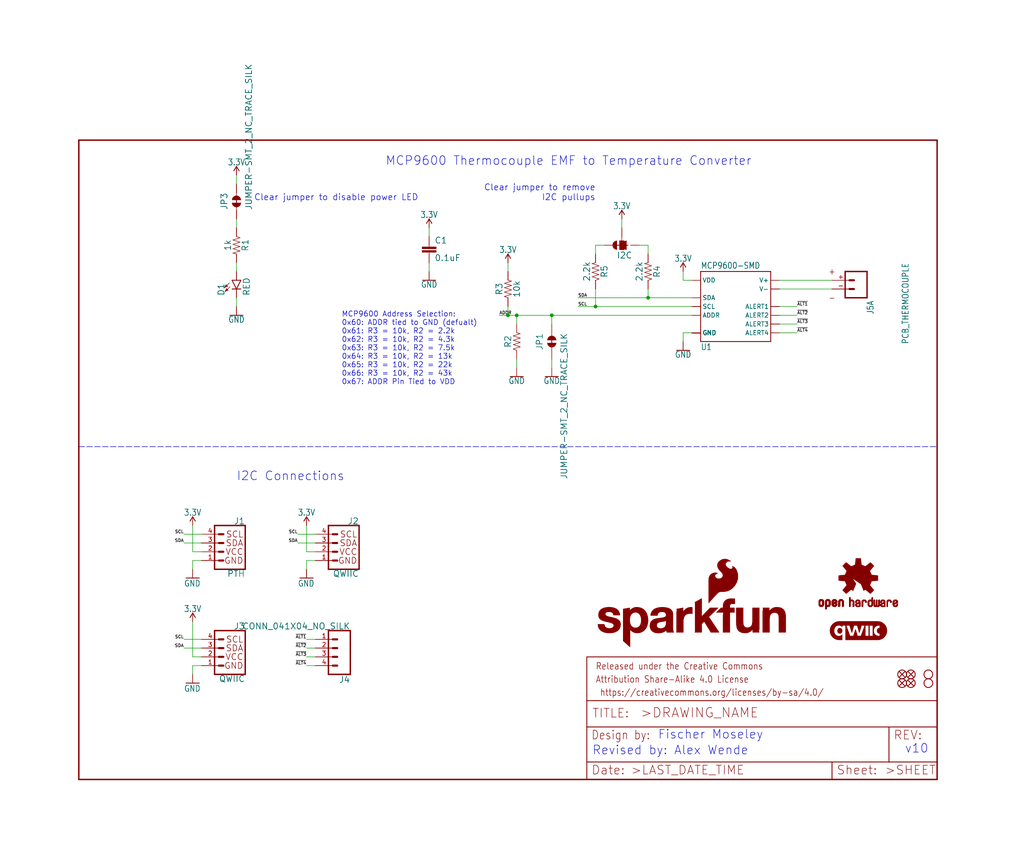
<source format=kicad_sch>
(kicad_sch (version 20211123) (generator eeschema)
  (paper "User" 297.002 245.872)
  (lib_symbols
    (symbol "eagleSchem-eagle-import:0.1UF-0603-25V-(+80{slash}-20%)"
      (property "Reference" "C" (at 1.524 2.921 0))
      (property "Value" "0.1UF-0603-25V-(+80{slash}-20%)" (at 1.524 -2.159 0))
      (symbol "0.1UF-0603-25V-(+80{slash}-20%)_1_0"
        (pin passive line (at 0 5.08 270) (length 2.54) (name "1") (number "1"))
        (pin passive line (at 0 -2.54 90) (length 2.54) (name "2") (number "2"))
      )
    )
    (symbol "eagleSchem-eagle-import:10KOHM-0603-1{slash}10W-1%"
      (property "Reference" "R" (at 0 1.524 0))
      (property "Value" "10KOHM-0603-1{slash}10W-1%" (at 0 -1.524 0))
      (symbol "10KOHM-0603-1{slash}10W-1%_1_0"
        (pin passive line (at -5.08 0 0) (length 2.54) (name "1") (number "1"))
        (pin passive line (at 5.08 0 180) (length 2.54) (name "2") (number "2"))
      )
    )
    (symbol "eagleSchem-eagle-import:1KOHM-0603-1{slash}10W-1%"
      (property "Reference" "R" (at 0 1.524 0))
      (property "Value" "1KOHM-0603-1{slash}10W-1%" (at 0 -1.524 0))
      (symbol "1KOHM-0603-1{slash}10W-1%_1_0"
        (pin passive line (at -5.08 0 0) (length 2.54) (name "1") (number "1"))
        (pin passive line (at 5.08 0 180) (length 2.54) (name "2") (number "2"))
      )
    )
    (symbol "eagleSchem-eagle-import:2.2KOHM-0603-1{slash}10W-1%"
      (property "Reference" "R" (at 0 1.524 0))
      (property "Value" "2.2KOHM-0603-1{slash}10W-1%" (at 0 -1.524 0))
      (symbol "2.2KOHM-0603-1{slash}10W-1%_1_0"
        (pin passive line (at -5.08 0 0) (length 2.54) (name "1") (number "1"))
        (pin passive line (at 5.08 0 180) (length 2.54) (name "2") (number "2"))
      )
    )
    (symbol "eagleSchem-eagle-import:3.3V" (power)
      (property "Value" "3.3V" (at 0 2.794 0))
      (symbol "3.3V_1_0"
        (pin power_in line (at 0 0 90) (length 2.54) (name "3.3V") (number "1"))
      )
    )
    (symbol "eagleSchem-eagle-import:CONN_041X04_NO_SILK"
      (property "Reference" "J" (at -5.08 8.128 0))
      (property "Value" "CONN_041X04_NO_SILK" (at -5.08 -7.366 0))
      (symbol "CONN_041X04_NO_SILK_1_0"
        (pin passive line (at 5.08 -2.54 180) (length 5.08) (name "1") (number "1"))
        (pin passive line (at 5.08 0 180) (length 5.08) (name "2") (number "2"))
        (pin passive line (at 5.08 2.54 180) (length 5.08) (name "3") (number "3"))
        (pin passive line (at 5.08 5.08 180) (length 5.08) (name "4") (number "4"))
      )
    )
    (symbol "eagleSchem-eagle-import:FIDUCIALUFIDUCIAL")
    (symbol "eagleSchem-eagle-import:FRAME-LETTER"
      (symbol "FRAME-LETTER_2_0"
        (text " https://creativecommons.org/licenses/by-sa/4.0/" (at 2.54 24.13 0) (effects (font (size 1.9304 1.6408)) (justify left bottom)))
        (text ">DRAWING_NAME" (at 15.494 17.78 0) (effects (font (size 2.7432 2.7432)) (justify left bottom)))
        (text ">LAST_DATE_TIME" (at 12.7 1.27 0) (effects (font (size 2.54 2.54)) (justify left bottom)))
        (text ">SHEET" (at 86.36 1.27 0) (effects (font (size 2.54 2.54)) (justify left bottom)))
        (text "Attribution Share-Alike 4.0 License" (at 2.54 27.94 0) (effects (font (size 1.9304 1.6408)) (justify left bottom)))
        (text "Date:" (at 1.27 1.27 0) (effects (font (size 2.54 2.54)) (justify left bottom)))
        (text "Design by:" (at 1.27 11.43 0) (effects (font (size 2.54 2.159)) (justify left bottom)))
        (text "Released under the Creative Commons" (at 2.54 31.75 0) (effects (font (size 1.9304 1.6408)) (justify left bottom)))
        (text "REV:" (at 88.9 11.43 0) (effects (font (size 2.54 2.54)) (justify left bottom)))
        (text "Sheet:" (at 72.39 1.27 0) (effects (font (size 2.54 2.54)) (justify left bottom)))
        (text "TITLE:" (at 1.524 17.78 0) (effects (font (size 2.54 2.54)) (justify left bottom)))
      )
    )
    (symbol "eagleSchem-eagle-import:GND" (power)
      (property "Value" "GND" (at -2.54 -2.54 0))
      (symbol "GND_1_0"
        (pin power_in line (at 0 2.54 270) (length 2.54) (name "GND") (number "1"))
      )
    )
    (symbol "eagleSchem-eagle-import:I2C_STANDARD_NO_SILK"
      (property "Reference" "J" (at -5.08 7.874 0))
      (property "Value" "I2C_STANDARD_NO_SILK" (at -5.08 -5.334 0))
      (symbol "I2C_STANDARD_NO_SILK_1_0"
        (text "GND" (at -4.572 -2.54 0) (effects (font (size 1.778 1.778)) (justify left)))
        (text "SCL" (at -4.572 5.08 0) (effects (font (size 1.778 1.778)) (justify left)))
        (text "SDA" (at -4.572 2.54 0) (effects (font (size 1.778 1.778)) (justify left)))
        (text "VCC" (at -4.572 0 0) (effects (font (size 1.778 1.778)) (justify left)))
        (pin power_in line (at 7.62 -2.54 180) (length 5.08) (name "1") (number "1"))
        (pin power_in line (at 7.62 0 180) (length 5.08) (name "2") (number "2"))
        (pin passive line (at 7.62 2.54 180) (length 5.08) (name "3") (number "3"))
        (pin passive line (at 7.62 5.08 180) (length 5.08) (name "4") (number "4"))
      )
    )
    (symbol "eagleSchem-eagle-import:JUMPER-SMT_2_NC_TRACE_SILK"
      (property "Reference" "JP" (at -2.54 2.54 0))
      (property "Value" "JUMPER-SMT_2_NC_TRACE_SILK" (at -2.54 -2.54 0))
      (symbol "JUMPER-SMT_2_NC_TRACE_SILK_1_0"
        (pin passive line (at -5.08 0 0) (length 2.54) (name "1") (number "1"))
        (pin passive line (at 5.08 0 180) (length 2.54) (name "2") (number "2"))
      )
    )
    (symbol "eagleSchem-eagle-import:JUMPER-SMT_3_2-NC_TRACE_SILK"
      (property "Reference" "JP" (at 2.54 0.381 0))
      (property "Value" "JUMPER-SMT_3_2-NC_TRACE_SILK" (at 2.54 -0.381 0))
      (symbol "JUMPER-SMT_3_2-NC_TRACE_SILK_1_0"
        (pin passive line (at 0 5.08 270) (length 2.54) (name "1") (number "1"))
        (pin passive line (at -5.08 0 0) (length 2.54) (name "2") (number "2"))
        (pin passive line (at 0 -5.08 90) (length 2.54) (name "3") (number "3"))
      )
    )
    (symbol "eagleSchem-eagle-import:LED-RED0603"
      (property "Reference" "D" (at -3.429 -4.572 90))
      (property "Value" "LED-RED0603" (at 1.905 -4.572 90))
      (symbol "LED-RED0603_1_0"
        (pin passive line (at 0 2.54 270) (length 2.54) (name "A") (number "A"))
        (pin passive line (at 0 -5.08 90) (length 2.54) (name "C") (number "C"))
      )
    )
    (symbol "eagleSchem-eagle-import:MCP9600-SMD"
      (property "Reference" "U" (at -10.414 10.668 0))
      (property "Value" "MCP9600-SMD" (at -10.16 -12.954 0))
      (symbol "MCP9600-SMD_1_0"
        (pin bidirectional line (at -12.7 -7.62 0) (length 2.54) (name "GND") (number "1"))
        (pin bidirectional line (at -12.7 -7.62 0) (length 2.54) (name "GND") (number "10"))
        (pin bidirectional line (at 12.7 0 180) (length 2.54) (name "ALERT1") (number "11"))
        (pin bidirectional line (at 12.7 -2.54 180) (length 2.54) (name "ALERT2") (number "12"))
        (pin bidirectional line (at -12.7 -7.62 0) (length 2.54) (name "GND") (number "13"))
        (pin bidirectional line (at 12.7 -5.08 180) (length 2.54) (name "ALERT3") (number "14"))
        (pin bidirectional line (at 12.7 -7.62 180) (length 2.54) (name "ALERT4") (number "15"))
        (pin bidirectional line (at -12.7 -2.54 0) (length 2.54) (name "ADDR") (number "16"))
        (pin bidirectional line (at -12.7 -7.62 0) (length 2.54) (name "GND") (number "17"))
        (pin bidirectional line (at -12.7 -7.62 0) (length 2.54) (name "GND") (number "18"))
        (pin bidirectional line (at -12.7 0 0) (length 2.54) (name "SCL") (number "19"))
        (pin bidirectional line (at 12.7 7.62 180) (length 2.54) (name "V+") (number "2"))
        (pin bidirectional line (at -12.7 2.54 0) (length 2.54) (name "SDA") (number "20"))
        (pin bidirectional line (at -12.7 -7.62 0) (length 2.54) (name "GND") (number "21"))
        (pin bidirectional line (at -12.7 -7.62 0) (length 2.54) (name "GND") (number "3"))
        (pin bidirectional line (at 12.7 5.08 180) (length 2.54) (name "V-") (number "4"))
        (pin bidirectional line (at -12.7 -7.62 0) (length 2.54) (name "GND") (number "5"))
        (pin bidirectional line (at -12.7 -7.62 0) (length 2.54) (name "GND") (number "6"))
        (pin bidirectional line (at -12.7 -7.62 0) (length 2.54) (name "GND") (number "7"))
        (pin bidirectional line (at -12.7 7.62 0) (length 2.54) (name "VDD") (number "8"))
        (pin bidirectional line (at -12.7 -7.62 0) (length 2.54) (name "GND") (number "9"))
      )
    )
    (symbol "eagleSchem-eagle-import:OSHW-LOGOMINI")
    (symbol "eagleSchem-eagle-import:PCB_THERMOCOUPLE"
      (property "Reference" "JP" (at -1.27 0 90))
      (property "Value" "PCB_THERMOCOUPLE" (at 5.715 0 90))
      (symbol "PCB_THERMOCOUPLE_1_0"
        (text "+" (at 5.08 -5.08 0) (effects (font (size 1.778 1.5113))))
        (text "-" (at 5.08 2.54 0) (effects (font (size 1.778 1.5113))))
        (pin passive line (at 5.08 -2.54 180) (length 5.08) (name "+") (number "+"))
        (pin passive line (at 5.08 0 180) (length 5.08) (name "-") (number "-"))
      )
      (symbol "PCB_THERMOCOUPLE_2_0"
        (pin passive line (at 0 -2.54 90) (length 2.54) (name "1") (number "CLIP1"))
        (pin passive line (at 2.54 -2.54 90) (length 2.54) (name "2") (number "CLIP2"))
      )
    )
    (symbol "eagleSchem-eagle-import:QWIIC_CONNECTORJS-1MM"
      (property "Reference" "J" (at -5.08 7.874 0))
      (property "Value" "QWIIC_CONNECTORJS-1MM" (at -5.08 -5.334 0))
      (symbol "QWIIC_CONNECTORJS-1MM_1_0"
        (text "GND" (at -4.572 -2.54 0) (effects (font (size 1.778 1.778)) (justify left)))
        (text "SCL" (at -4.572 5.08 0) (effects (font (size 1.778 1.778)) (justify left)))
        (text "SDA" (at -4.572 2.54 0) (effects (font (size 1.778 1.778)) (justify left)))
        (text "VCC" (at -4.572 0 0) (effects (font (size 1.778 1.778)) (justify left)))
        (pin power_in line (at 7.62 -2.54 180) (length 5.08) (name "1") (number "1"))
        (pin power_in line (at 7.62 0 180) (length 5.08) (name "2") (number "2"))
        (pin passive line (at 7.62 2.54 180) (length 5.08) (name "3") (number "3"))
        (pin passive line (at 7.62 5.08 180) (length 5.08) (name "4") (number "4"))
      )
    )
    (symbol "eagleSchem-eagle-import:QWIIC_LOGO_5MM")
    (symbol "eagleSchem-eagle-import:RESISTORAXIAL-0.3-KIT"
      (property "Reference" "R" (at 0 1.524 0))
      (property "Value" "RESISTORAXIAL-0.3-KIT" (at 0 -1.524 0))
      (symbol "RESISTORAXIAL-0.3-KIT_1_0"
        (pin passive line (at -5.08 0 0) (length 2.54) (name "1") (number "P$1"))
        (pin passive line (at 5.08 0 180) (length 2.54) (name "2") (number "P$2"))
      )
    )
    (symbol "eagleSchem-eagle-import:SFE_LOGO_NAME_FLAME.1_INCH")
    (symbol "eagleSchem-eagle-import:STAND-OFF")
  )
  (junction (at 160.02 91.44))
  (junction (at 172.72 88.9))
  (junction (at 147.32 91.44))
  (junction (at 149.86 91.44))
  (junction (at 187.96 86.36))
  (wire (pts (xy 147.32 88.9) (xy 147.32 91.44)))
  (wire (pts (xy 55.88 195.58) (xy 55.88 193.04)))
  (wire (pts (xy 91.44 190.5) (xy 88.9 190.5)))
  (wire (pts (xy 147.32 91.44) (xy 144.78 91.44)))
  (wire (pts (xy 53.34 157.48) (xy 58.42 157.48)))
  (wire (pts (xy 55.88 190.5) (xy 58.42 190.5)))
  (wire (pts (xy 124.46 76.2) (xy 124.46 78.74)))
  (wire (pts (xy 86.36 157.48) (xy 91.44 157.48)))
  (wire (pts (xy 160.02 104.14) (xy 160.02 106.68)))
  (wire (pts (xy 68.58 53.34) (xy 68.58 50.8)))
  (wire (pts (xy 160.02 91.44) (xy 200.66 91.44)))
  (wire (pts (xy 68.58 76.2) (xy 68.58 78.74)))
  (wire (pts (xy 68.58 63.5) (xy 68.58 66.04)))
  (wire (pts (xy 198.12 99.06) (xy 198.12 96.52)))
  (wire (pts (xy 88.9 162.56) (xy 91.44 162.56)))
  (wire (pts (xy 226.06 93.98) (xy 231.14 93.98)))
  (wire (pts (xy 147.32 91.44) (xy 149.86 91.44)))
  (wire (pts (xy 55.88 193.04) (xy 58.42 193.04)))
  (wire (pts (xy 55.88 160.02) (xy 58.42 160.02)))
  (wire (pts (xy 149.86 91.44) (xy 149.86 93.98)))
  (wire (pts (xy 68.58 86.36) (xy 68.58 88.9)))
  (wire (pts (xy 187.96 73.66) (xy 187.96 71.12)))
  (wire (pts (xy 88.9 152.4) (xy 88.9 160.02)))
  (wire (pts (xy 55.88 162.56) (xy 58.42 162.56)))
  (wire (pts (xy 172.72 88.9) (xy 200.66 88.9)))
  (wire (pts (xy 58.42 187.96) (xy 53.34 187.96)))
  (wire (pts (xy 187.96 71.12) (xy 185.42 71.12)))
  (wire (pts (xy 147.32 76.2) (xy 147.32 78.74)))
  (wire (pts (xy 167.64 88.9) (xy 172.72 88.9)))
  (wire (pts (xy 175.26 71.12) (xy 172.72 71.12)))
  (wire (pts (xy 149.86 104.14) (xy 149.86 106.68)))
  (wire (pts (xy 226.06 83.82) (xy 241.3 83.82)))
  (wire (pts (xy 88.9 165.1) (xy 88.9 162.56)))
  (wire (pts (xy 198.12 78.74) (xy 198.12 81.28)))
  (wire (pts (xy 55.88 165.1) (xy 55.88 162.56)))
  (wire (pts (xy 187.96 86.36) (xy 187.96 83.82)))
  (wire (pts (xy 160.02 91.44) (xy 149.86 91.44)))
  (wire (pts (xy 86.36 154.94) (xy 91.44 154.94)))
  (wire (pts (xy 160.02 93.98) (xy 160.02 91.44)))
  (wire (pts (xy 91.44 185.42) (xy 88.9 185.42)))
  (wire (pts (xy 180.34 66.04) (xy 180.34 63.5)))
  (wire (pts (xy 91.44 193.04) (xy 88.9 193.04)))
  (wire (pts (xy 55.88 180.34) (xy 55.88 190.5)))
  (wire (pts (xy 88.9 160.02) (xy 91.44 160.02)))
  (wire (pts (xy 167.64 86.36) (xy 187.96 86.36)))
  (wire (pts (xy 55.88 152.4) (xy 55.88 160.02)))
  (wire (pts (xy 172.72 88.9) (xy 172.72 83.82)))
  (wire (pts (xy 198.12 81.28) (xy 200.66 81.28)))
  (polyline (pts (xy 22.86 129.54) (xy 271.78 129.54)))
  (wire (pts (xy 198.12 96.52) (xy 200.66 96.52)))
  (wire (pts (xy 124.46 68.58) (xy 124.46 66.04)))
  (wire (pts (xy 53.34 185.42) (xy 58.42 185.42)))
  (wire (pts (xy 226.06 81.28) (xy 241.3 81.28)))
  (wire (pts (xy 91.44 187.96) (xy 88.9 187.96)))
  (wire (pts (xy 187.96 86.36) (xy 200.66 86.36)))
  (wire (pts (xy 172.72 73.66) (xy 172.72 71.12)))
  (wire (pts (xy 226.06 96.52) (xy 231.14 96.52)))
  (wire (pts (xy 58.42 154.94) (xy 53.34 154.94)))
  (wire (pts (xy 226.06 91.44) (xy 231.14 91.44)))
  (wire (pts (xy 226.06 88.9) (xy 231.14 88.9)))
  (text "Revised by: Alex Wende" (at 171.704 219.202 180) (effects (font (size 2.54 2.54)) (justify left bottom)))
  (text "MCP9600 Address Selection:\n0x60: ADDR tied to GND (defualt)\n0x61: R3 = 10k, R2 = 2.2k\n0x62: R3 = 10k, R2 = 4.3k\n0x63: R3 = 10k, R2 = 7.5k\n0x64: R3 = 10k, R2 = 13k\n0x65: R3 = 10k, R2 = 22k\n0x66: R3 = 10k, R2 = 43k\n0x67: ADDR Pin Tied to VDD" (at 99.06 111.76 0) (effects (font (size 1.524 1.524)) (justify left bottom)))
  (text "Clear jumper to remove\nI2C pullups" (at 172.72 58.42 180) (effects (font (size 1.778 1.778)) (justify right bottom)))
  (text "Fischer Moseley" (at 190.754 214.63 180) (effects (font (size 2.54 2.54)) (justify left bottom)))
  (text "Clear jumper to disable power LED" (at 73.66 58.42 180) (effects (font (size 1.778 1.778)) (justify left bottom)))
  (text "v10" (at 262.382 218.694 180) (effects (font (size 2.54 2.54)) (justify left bottom)))
  (text "MCP9600 Thermocouple EMF to Temperature Converter" (at 111.76 48.26 180) (effects (font (size 2.54 2.54)) (justify left bottom)))
  (text "I2C Connections" (at 68.58 139.7 180) (effects (font (size 2.54 2.54)) (justify left bottom)))
  (label "~{ALT2}" (at 88.9 187.96 180) (effects (font (size 0.889 0.889))))
  (label "SDA" (at 53.34 187.96 180) (effects (font (size 0.889 0.889))))
  (label "SDA" (at 53.34 157.48 180) (effects (font (size 0.889 0.889))))
  (label "~{ALT1}" (at 231.14 88.9 0) (effects (font (size 0.889 0.889))))
  (label "SDA" (at 86.36 157.48 180) (effects (font (size 0.889 0.889))))
  (label "~{ALT4}" (at 88.9 193.04 180) (effects (font (size 0.889 0.889))))
  (label "~{ALT2}" (at 231.14 91.44 0) (effects (font (size 0.889 0.889))))
  (label "SCL" (at 86.36 154.94 180) (effects (font (size 0.889 0.889))))
  (label "~{ALT3}" (at 231.14 93.98 0) (effects (font (size 0.889 0.889))))
  (label "~{ALT4}" (at 231.14 96.52 0) (effects (font (size 0.889 0.889))))
  (label "SCL" (at 53.34 154.94 180) (effects (font (size 0.889 0.889))))
  (label "~{ALT3}" (at 88.9 190.5 180) (effects (font (size 0.889 0.889))))
  (label "ADDR" (at 144.78 91.44 0) (effects (font (size 0.889 0.889))))
  (label "~{ALT1}" (at 88.9 185.42 180) (effects (font (size 0.889 0.889))))
  (label "SDA" (at 167.64 86.36 0) (effects (font (size 0.889 0.889))))
  (label "SCL" (at 167.64 88.9 0) (effects (font (size 0.889 0.889))))
  (label "SCL" (at 53.34 185.42 180) (effects (font (size 0.889 0.889))))
  (symbol (lib_id "eagleSchem-eagle-import:FRAME-LETTER") (at 170.18 226.06 0) (unit 2)
    (property "Reference" "FRAME1" (effects hide))
    (property "Value" "FRAME-LETTER" (effects hide))
    (property "Footprint" "eagleSchem:CREATIVE_COMMONS" (effects hide))
  )
  (symbol (lib_id "eagleSchem-eagle-import:QWIIC_LOGO_5MM") (at 248.92 182.88 0) (unit 1)
    (property "Reference" "LOGO3" (effects hide))
    (property "Value" "QWIIC_LOGO_5MM" (effects hide))
    (property "Footprint" "eagleSchem:QWIIC_5MM" (effects hide))
  )
  (symbol (lib_id "eagleSchem-eagle-import:FIDUCIALUFIDUCIAL") (at 264.16 198.12 0) (unit 1)
    (property "Reference" "FD2" (effects hide))
    (property "Value" "FIDUCIALUFIDUCIAL" (effects hide))
    (property "Footprint" "eagleSchem:FIDUCIAL-MICRO" (effects hide))
  )
  (symbol (lib_id "eagleSchem-eagle-import:FIDUCIALUFIDUCIAL") (at 261.62 195.58 0) (unit 1)
    (property "Reference" "FD4" (effects hide))
    (property "Value" "FIDUCIALUFIDUCIAL" (effects hide))
    (property "Footprint" "eagleSchem:FIDUCIAL-MICRO" (effects hide))
  )
  (symbol (lib_id "eagleSchem-eagle-import:3.3V") (at 88.9 152.4 0) (unit 1)
    (property "Reference" "#SUPPLY7" (effects hide))
    (property "Value" "3.3V" (at 88.9 149.606 0) (effects (font (size 1.778 1.5113)) (justify bottom)))
    (property "Footprint" "eagleSchem:" (effects hide))
  )
  (symbol (lib_id "eagleSchem-eagle-import:GND") (at 55.88 198.12 0) (unit 1)
    (property "Reference" "#GND6" (effects hide))
    (property "Value" "GND" (at 53.34 200.66 0) (effects (font (size 1.778 1.5113)) (justify left bottom)))
    (property "Footprint" "eagleSchem:" (effects hide))
  )
  (symbol (lib_id "eagleSchem-eagle-import:FRAME-LETTER") (at 22.86 226.06 0) (unit 1)
    (property "Reference" "FRAME1" (effects hide))
    (property "Value" "FRAME-LETTER" (effects hide))
    (property "Footprint" "eagleSchem:CREATIVE_COMMONS" (effects hide))
  )
  (symbol (lib_id "eagleSchem-eagle-import:3.3V") (at 198.12 78.74 0) (unit 1)
    (property "Reference" "#SUPPLY6" (effects hide))
    (property "Value" "3.3V" (at 198.12 75.946 0) (effects (font (size 1.778 1.5113)) (justify bottom)))
    (property "Footprint" "eagleSchem:" (effects hide))
  )
  (symbol (lib_id "eagleSchem-eagle-import:JUMPER-SMT_2_NC_TRACE_SILK") (at 160.02 99.06 90) (mirror x) (unit 1)
    (property "Reference" "JP1" (at 157.48 96.52 0) (effects (font (size 1.778 1.778)) (justify left bottom)))
    (property "Value" "JUMPER-SMT_2_NC_TRACE_SILK" (at 162.56 96.52 0) (effects (font (size 1.778 1.778)) (justify left top)))
    (property "Footprint" "eagleSchem:SMT-JUMPER_2_NC_TRACE_SILK" (effects hide))
  )
  (symbol (lib_id "eagleSchem-eagle-import:GND") (at 198.12 101.6 0) (unit 1)
    (property "Reference" "#GND2" (effects hide))
    (property "Value" "GND" (at 198.12 101.854 0) (effects (font (size 1.778 1.5113)) (justify top)))
    (property "Footprint" "eagleSchem:" (effects hide))
  )
  (symbol (lib_id "eagleSchem-eagle-import:3.3V") (at 55.88 152.4 0) (unit 1)
    (property "Reference" "#SUPPLY3" (effects hide))
    (property "Value" "3.3V" (at 55.88 149.606 0) (effects (font (size 1.778 1.5113)) (justify bottom)))
    (property "Footprint" "eagleSchem:" (effects hide))
  )
  (symbol (lib_id "eagleSchem-eagle-import:GND") (at 149.86 109.22 0) (mirror y) (unit 1)
    (property "Reference" "#GND3" (effects hide))
    (property "Value" "GND" (at 149.86 109.474 0) (effects (font (size 1.778 1.5113)) (justify top)))
    (property "Footprint" "eagleSchem:" (effects hide))
  )
  (symbol (lib_id "eagleSchem-eagle-import:STAND-OFF") (at 269.24 198.12 0) (unit 1)
    (property "Reference" "JP9" (effects hide))
    (property "Value" "STAND-OFF" (effects hide))
    (property "Footprint" "eagleSchem:STAND-OFF" (effects hide))
  )
  (symbol (lib_id "eagleSchem-eagle-import:FIDUCIALUFIDUCIAL") (at 261.62 198.12 0) (unit 1)
    (property "Reference" "FD3" (effects hide))
    (property "Value" "FIDUCIALUFIDUCIAL" (effects hide))
    (property "Footprint" "eagleSchem:FIDUCIAL-MICRO" (effects hide))
  )
  (symbol (lib_id "eagleSchem-eagle-import:FIDUCIALUFIDUCIAL") (at 264.16 195.58 0) (unit 1)
    (property "Reference" "FD1" (effects hide))
    (property "Value" "FIDUCIALUFIDUCIAL" (effects hide))
    (property "Footprint" "eagleSchem:FIDUCIAL-MICRO" (effects hide))
  )
  (symbol (lib_id "eagleSchem-eagle-import:3.3V") (at 55.88 180.34 0) (unit 1)
    (property "Reference" "#SUPPLY4" (effects hide))
    (property "Value" "3.3V" (at 55.88 177.546 0) (effects (font (size 1.778 1.5113)) (justify bottom)))
    (property "Footprint" "eagleSchem:" (effects hide))
  )
  (symbol (lib_id "eagleSchem-eagle-import:GND") (at 124.46 81.28 0) (unit 1)
    (property "Reference" "#GND4" (effects hide))
    (property "Value" "GND" (at 124.46 81.534 0) (effects (font (size 1.778 1.5113)) (justify top)))
    (property "Footprint" "eagleSchem:" (effects hide))
  )
  (symbol (lib_id "eagleSchem-eagle-import:JUMPER-SMT_2_NC_TRACE_SILK") (at 68.58 58.42 90) (unit 1)
    (property "Reference" "JP3" (at 66.04 60.96 0) (effects (font (size 1.778 1.778)) (justify left bottom)))
    (property "Value" "JUMPER-SMT_2_NC_TRACE_SILK" (at 71.12 60.96 0) (effects (font (size 1.778 1.778)) (justify left top)))
    (property "Footprint" "eagleSchem:SMT-JUMPER_2_NC_TRACE_SILK" (effects hide))
  )
  (symbol (lib_id "eagleSchem-eagle-import:2.2KOHM-0603-1{slash}10W-1%") (at 172.72 78.74 270) (mirror x) (unit 1)
    (property "Reference" "R5" (at 174.244 78.74 0) (effects (font (size 1.778 1.778)) (justify bottom)))
    (property "Value" "2.2k" (at 171.196 78.74 0) (effects (font (size 1.778 1.778)) (justify top)))
    (property "Footprint" "eagleSchem:0603" (effects hide))
  )
  (symbol (lib_id "eagleSchem-eagle-import:QWIIC_CONNECTORJS-1MM") (at 99.06 160.02 0) (mirror y) (unit 1)
    (property "Reference" "J2" (at 104.14 152.146 0) (effects (font (size 1.778 1.778)) (justify left bottom)))
    (property "Value" "QWIIC" (at 104.14 165.354 0) (effects (font (size 1.778 1.778)) (justify left top)))
    (property "Footprint" "eagleSchem:JST04_1MM_RA" (effects hide))
  )
  (symbol (lib_id "eagleSchem-eagle-import:2.2KOHM-0603-1{slash}10W-1%") (at 187.96 78.74 270) (mirror x) (unit 1)
    (property "Reference" "R4" (at 189.484 78.74 0) (effects (font (size 1.778 1.778)) (justify bottom)))
    (property "Value" "2.2k" (at 186.436 78.74 0) (effects (font (size 1.778 1.778)) (justify top)))
    (property "Footprint" "eagleSchem:0603" (effects hide))
  )
  (symbol (lib_id "eagleSchem-eagle-import:1KOHM-0603-1{slash}10W-1%") (at 68.58 71.12 270) (unit 1)
    (property "Reference" "R1" (at 70.104 71.12 0) (effects (font (size 1.778 1.778)) (justify bottom)))
    (property "Value" "1k" (at 67.056 71.12 0) (effects (font (size 1.778 1.778)) (justify top)))
    (property "Footprint" "eagleSchem:0603" (effects hide))
  )
  (symbol (lib_id "eagleSchem-eagle-import:QWIIC_CONNECTORJS-1MM") (at 66.04 190.5 0) (mirror y) (unit 1)
    (property "Reference" "J3" (at 71.12 182.626 0) (effects (font (size 1.778 1.778)) (justify left bottom)))
    (property "Value" "QWIIC" (at 71.12 195.834 0) (effects (font (size 1.778 1.778)) (justify left top)))
    (property "Footprint" "eagleSchem:JST04_1MM_RA" (effects hide))
  )
  (symbol (lib_id "eagleSchem-eagle-import:OSHW-LOGOMINI") (at 248.92 167.64 0) (unit 1)
    (property "Reference" "LOGO1" (effects hide))
    (property "Value" "OSHW-LOGOMINI" (effects hide))
    (property "Footprint" "eagleSchem:OSHW-LOGO-MINI" (effects hide))
  )
  (symbol (lib_id "eagleSchem-eagle-import:JUMPER-SMT_3_2-NC_TRACE_SILK") (at 180.34 71.12 90) (mirror x) (unit 1)
    (property "Reference" "JP2" (effects hide))
    (property "Value" "I2C" (at 178.816 75.057 90) (effects (font (size 1.778 1.778)) (justify right bottom)))
    (property "Footprint" "eagleSchem:SMT-JUMPER_3_2-NC_TRACE_SILK" (effects hide))
  )
  (symbol (lib_id "eagleSchem-eagle-import:GND") (at 55.88 167.64 0) (unit 1)
    (property "Reference" "#GND5" (effects hide))
    (property "Value" "GND" (at 53.34 170.18 0) (effects (font (size 1.778 1.5113)) (justify left bottom)))
    (property "Footprint" "eagleSchem:" (effects hide))
  )
  (symbol (lib_id "eagleSchem-eagle-import:LED-RED0603") (at 68.58 81.28 0) (unit 1)
    (property "Reference" "D1" (at 65.151 85.852 90) (effects (font (size 1.778 1.778)) (justify left bottom)))
    (property "Value" "RED" (at 70.485 85.852 90) (effects (font (size 1.778 1.778)) (justify left top)))
    (property "Footprint" "eagleSchem:LED-0603" (effects hide))
  )
  (symbol (lib_id "eagleSchem-eagle-import:CONN_041X04_NO_SILK") (at 96.52 187.96 180) (unit 1)
    (property "Reference" "J4" (at 101.6 196.088 0) (effects (font (size 1.778 1.778)) (justify left bottom)))
    (property "Value" "CONN_041X04_NO_SILK" (at 101.6 180.594 0) (effects (font (size 1.778 1.778)) (justify left bottom)))
    (property "Footprint" "eagleSchem:1X04_NO_SILK" (effects hide))
  )
  (symbol (lib_id "eagleSchem-eagle-import:GND") (at 160.02 109.22 0) (mirror y) (unit 1)
    (property "Reference" "#GND8" (effects hide))
    (property "Value" "GND" (at 160.02 109.474 0) (effects (font (size 1.778 1.5113)) (justify top)))
    (property "Footprint" "eagleSchem:" (effects hide))
  )
  (symbol (lib_id "eagleSchem-eagle-import:SFE_LOGO_NAME_FLAME.1_INCH") (at 172.72 187.96 0) (unit 1)
    (property "Reference" "LOGO2" (effects hide))
    (property "Value" "SFE_LOGO_NAME_FLAME.1_INCH" (effects hide))
    (property "Footprint" "eagleSchem:SFE_LOGO_NAME_FLAME_.1" (effects hide))
  )
  (symbol (lib_id "eagleSchem-eagle-import:3.3V") (at 147.32 76.2 0) (mirror y) (unit 1)
    (property "Reference" "#SUPPLY2" (effects hide))
    (property "Value" "3.3V" (at 147.32 73.406 0) (effects (font (size 1.778 1.5113)) (justify bottom)))
    (property "Footprint" "eagleSchem:" (effects hide))
  )
  (symbol (lib_id "eagleSchem-eagle-import:3.3V") (at 68.58 50.8 0) (unit 1)
    (property "Reference" "#SUPPLY1" (effects hide))
    (property "Value" "3.3V" (at 68.58 48.006 0) (effects (font (size 1.778 1.5113)) (justify bottom)))
    (property "Footprint" "eagleSchem:" (effects hide))
  )
  (symbol (lib_id "eagleSchem-eagle-import:10KOHM-0603-1{slash}10W-1%") (at 147.32 83.82 90) (unit 1)
    (property "Reference" "R3" (at 145.796 83.82 0) (effects (font (size 1.778 1.778)) (justify bottom)))
    (property "Value" "10k" (at 148.844 83.82 0) (effects (font (size 1.778 1.778)) (justify top)))
    (property "Footprint" "eagleSchem:0603" (effects hide))
  )
  (symbol (lib_id "eagleSchem-eagle-import:PCB_THERMOCOUPLE") (at 246.38 83.82 180) (unit 1)
    (property "Reference" "J5" (at 251.46 87.122 90) (effects (font (size 1.778 1.5113)) (justify left bottom)))
    (property "Value" "PCB_THERMOCOUPLE" (at 261.62 76.2 90) (effects (font (size 1.778 1.5113)) (justify left bottom)))
    (property "Footprint" "eagleSchem:PCC-SMP" (effects hide))
  )
  (symbol (lib_id "eagleSchem-eagle-import:STAND-OFF") (at 269.24 195.58 0) (unit 1)
    (property "Reference" "JP8" (effects hide))
    (property "Value" "STAND-OFF" (effects hide))
    (property "Footprint" "eagleSchem:STAND-OFF" (effects hide))
  )
  (symbol (lib_id "eagleSchem-eagle-import:3.3V") (at 124.46 66.04 0) (unit 1)
    (property "Reference" "#SUPPLY5" (effects hide))
    (property "Value" "3.3V" (at 124.46 63.246 0) (effects (font (size 1.778 1.5113)) (justify bottom)))
    (property "Footprint" "eagleSchem:" (effects hide))
  )
  (symbol (lib_id "eagleSchem-eagle-import:3.3V") (at 180.34 63.5 0) (mirror y) (unit 1)
    (property "Reference" "#SUPPLY9" (effects hide))
    (property "Value" "3.3V" (at 180.34 60.706 0) (effects (font (size 1.778 1.5113)) (justify bottom)))
    (property "Footprint" "eagleSchem:" (effects hide))
  )
  (symbol (lib_id "eagleSchem-eagle-import:RESISTORAXIAL-0.3-KIT") (at 149.86 99.06 90) (unit 1)
    (property "Reference" "R2" (at 148.336 99.06 0) (effects (font (size 1.778 1.778)) (justify bottom)))
    (property "Value" " " (at 151.384 99.06 0) (effects (font (size 1.778 1.778)) (justify top)))
    (property "Footprint" "eagleSchem:AXIAL-0.3-KIT" (effects hide))
  )
  (symbol (lib_id "eagleSchem-eagle-import:0.1UF-0603-25V-(+80{slash}-20%)") (at 124.46 73.66 0) (unit 1)
    (property "Reference" "C1" (at 125.984 70.739 0) (effects (font (size 1.778 1.778)) (justify left bottom)))
    (property "Value" "0.1uF" (at 125.984 75.819 0) (effects (font (size 1.778 1.778)) (justify left bottom)))
    (property "Footprint" "eagleSchem:0603" (effects hide))
  )
  (symbol (lib_id "eagleSchem-eagle-import:GND") (at 68.58 91.44 0) (unit 1)
    (property "Reference" "#GND1" (effects hide))
    (property "Value" "GND" (at 68.58 91.694 0) (effects (font (size 1.778 1.5113)) (justify top)))
    (property "Footprint" "eagleSchem:" (effects hide))
  )
  (symbol (lib_id "eagleSchem-eagle-import:I2C_STANDARD_NO_SILK") (at 66.04 160.02 0) (mirror y) (unit 1)
    (property "Reference" "J1" (at 71.12 152.146 0) (effects (font (size 1.778 1.778)) (justify left bottom)))
    (property "Value" "PTH" (at 71.12 165.354 0) (effects (font (size 1.778 1.778)) (justify left top)))
    (property "Footprint" "eagleSchem:1X04_NO_SILK" (effects hide))
  )
  (symbol (lib_id "eagleSchem-eagle-import:MCP9600-SMD") (at 213.36 88.9 0) (unit 1)
    (property "Reference" "U1" (at 203.2 101.6 0) (effects (font (size 1.778 1.5113)) (justify left bottom)))
    (property "Value" "MCP9600-SMD" (at 203.2 77.978 0) (effects (font (size 1.778 1.5113)) (justify left bottom)))
    (property "Footprint" "eagleSchem:MQFN-20" (effects hide))
  )
  (symbol (lib_id "eagleSchem-eagle-import:GND") (at 88.9 167.64 0) (unit 1)
    (property "Reference" "#GND7" (effects hide))
    (property "Value" "GND" (at 86.36 170.18 0) (effects (font (size 1.778 1.5113)) (justify left bottom)))
    (property "Footprint" "eagleSchem:" (effects hide))
  )
)
</source>
